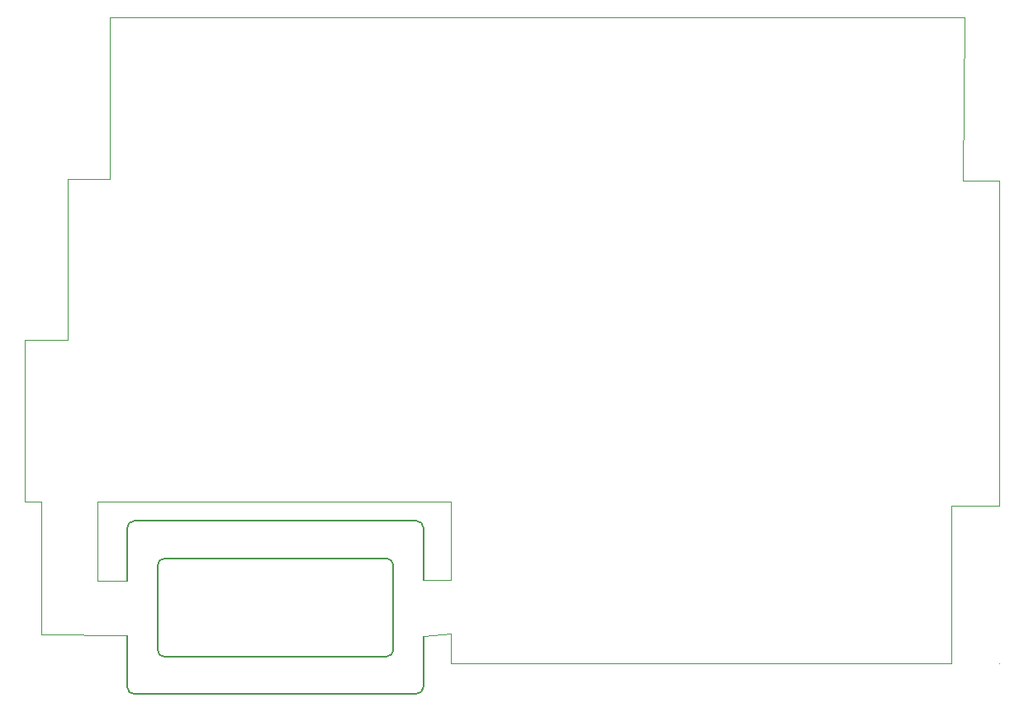
<source format=gbr>
%TF.GenerationSoftware,KiCad,Pcbnew,7.0.0-da2b9df05c~163~ubuntu22.04.1*%
%TF.CreationDate,2023-03-03T11:43:54-08:00*%
%TF.ProjectId,split-single,73706c69-742d-4736-996e-676c652e6b69,rev?*%
%TF.SameCoordinates,Original*%
%TF.FileFunction,Profile,NP*%
%FSLAX46Y46*%
G04 Gerber Fmt 4.6, Leading zero omitted, Abs format (unit mm)*
G04 Created by KiCad (PCBNEW 7.0.0-da2b9df05c~163~ubuntu22.04.1) date 2023-03-03 11:43:54*
%MOMM*%
%LPD*%
G01*
G04 APERTURE LIST*
%TA.AperFunction,Profile*%
%ADD10C,0.203200*%
%TD*%
%TA.AperFunction,Profile*%
%ADD11C,0.050000*%
%TD*%
%TA.AperFunction,Profile*%
%ADD12C,0.100000*%
%TD*%
G04 APERTURE END LIST*
D10*
X75286604Y-76830000D02*
G75*
G03*
X74552540Y-76093400I-736604J0D01*
G01*
D11*
X47986604Y-83950000D02*
X39200000Y-83900000D01*
D10*
X51100004Y-76827460D02*
X51100000Y-85480000D01*
D12*
X46200000Y-20600000D02*
X46200000Y-37200000D01*
X132500000Y-86900000D02*
X132500000Y-70700000D01*
X81200000Y-70300000D02*
X81200000Y-78300000D01*
D10*
X47986596Y-89286800D02*
G75*
G03*
X48720668Y-90023400I736604J0D01*
G01*
X77630004Y-90007508D02*
G75*
G03*
X78366604Y-89273400I-4J736608D01*
G01*
X51836604Y-76093400D02*
G75*
G03*
X51100004Y-76827460I-4J-736600D01*
G01*
D12*
X37500000Y-70300000D02*
X39200000Y-70300000D01*
X133800000Y-20600000D02*
X46200000Y-20600000D01*
X39200000Y-83900000D02*
X39200000Y-70300000D01*
X44900000Y-70300000D02*
X81200000Y-70300000D01*
D10*
X47986604Y-78400000D02*
X47986604Y-72980000D01*
D12*
X44900000Y-78400000D02*
X44900000Y-70300000D01*
D10*
X48720668Y-90023400D02*
X77630004Y-90007464D01*
X74552540Y-76093400D02*
X51836604Y-76093396D01*
D12*
X41900000Y-53700000D02*
X37500000Y-53700000D01*
D10*
X78366604Y-89273400D02*
X78365799Y-84099995D01*
X78364104Y-72966600D02*
G75*
G03*
X77630004Y-72230000I-736604J0D01*
G01*
D12*
X137400000Y-37300000D02*
X133700000Y-37300000D01*
X137400000Y-70700000D02*
X137400000Y-37300000D01*
X81200000Y-78300000D02*
X81200000Y-78300000D01*
D10*
X48720668Y-72243408D02*
G75*
G03*
X47986604Y-72980000I2532J-736592D01*
G01*
X74551796Y-86194800D02*
G75*
G03*
X75288395Y-85460785I4J736600D01*
G01*
D12*
X132500000Y-70700000D02*
X137400000Y-70700000D01*
D10*
X51834064Y-86216600D02*
X74551796Y-86194849D01*
X75288396Y-85460785D02*
X75286604Y-76830000D01*
D12*
X81200000Y-83850000D02*
X81200000Y-86900000D01*
D11*
X81200000Y-83850000D02*
X78365799Y-84099995D01*
D12*
X133700000Y-37300000D02*
X133800000Y-20600000D01*
D10*
X77630004Y-72230000D02*
X48720668Y-72243400D01*
X78364897Y-78300003D02*
X78364068Y-72966600D01*
D12*
X41900000Y-37200000D02*
X41900000Y-53700000D01*
X81200000Y-86900000D02*
X132500000Y-86900000D01*
X137400000Y-86900000D02*
X137400000Y-86900000D01*
X37500000Y-53700000D02*
X37500000Y-70300000D01*
X46200000Y-37200000D02*
X41900000Y-37200000D01*
D10*
X51099996Y-85480000D02*
G75*
G03*
X51834064Y-86216600I736604J0D01*
G01*
D11*
X47986604Y-78400000D02*
X44900000Y-78400000D01*
X81200000Y-78300000D02*
X78364897Y-78300003D01*
D10*
X47986604Y-89286800D02*
X47986604Y-83950000D01*
M02*

</source>
